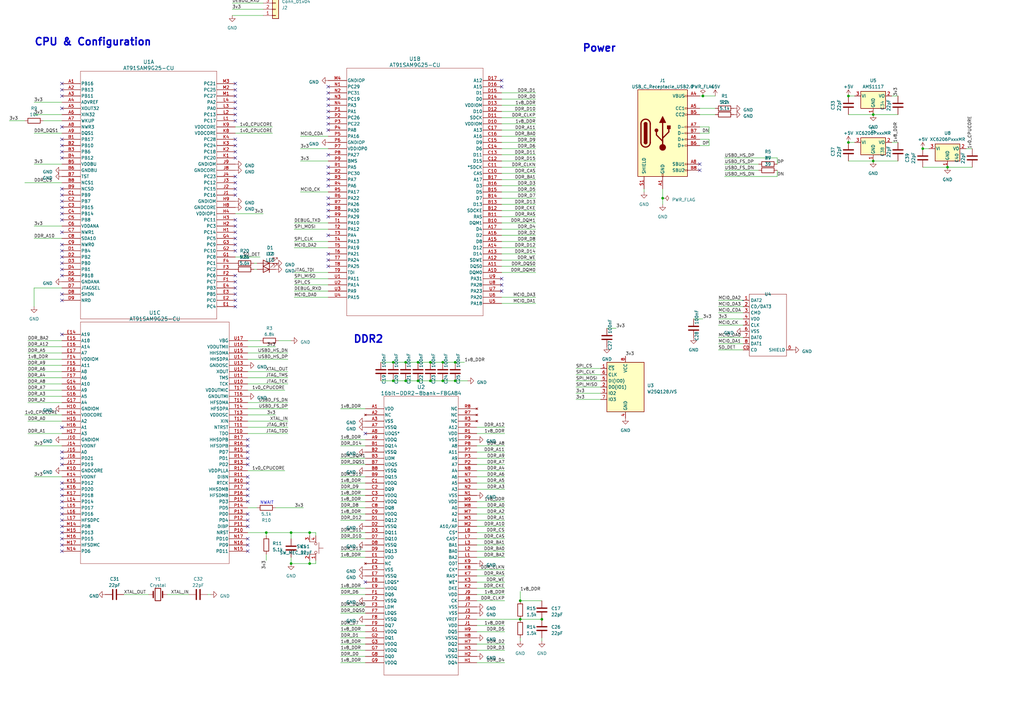
<source format=kicad_sch>
(kicad_sch (version 20230121) (generator eeschema)
  (paper "A3")
  (junction (at 176.53 148.59))
  (junction (at -45.72 113.03))
  (junction (at 288.29 39.37))
  (junction (at -40.64 113.03))
  (junction (at -30.48 120.65))
  (junction (at -60.96 120.65))
  (junction (at -55.88 113.03))
  (junction (at -50.8 162.56))
  (junction (at -55.88 154.94))
  (junction (at 127 231.14))
  (junction (at -60.96 135.89))
  (junction (at 171.45 148.59))
  (junction (at -50.8 120.65))
  (junction (at 123.19 -21.59))
  (junction (at 115.57 -36.83))
  (junction (at 271.78 81.28))
  (junction (at 109.22 218.44))
  (junction (at -35.56 120.65))
  (junction (at 119.38 231.14))
  (junction (at -35.56 113.03))
  (junction (at -30.48 113.03))
  (junction (at -45.72 154.94))
  (junction (at 115.57 -24.13))
  (junction (at -60.96 143.51))
  (junction (at 119.38 218.44))
  (junction (at 222.25 254))
  (junction (at -60.96 113.03))
  (junction (at 347.98 39.37))
  (junction (at -60.96 162.56))
  (junction (at 166.37 148.59))
  (junction (at 388.62 68.58))
  (junction (at 171.45 156.21))
  (junction (at 176.53 156.21))
  (junction (at 123.19 -36.83))
  (junction (at -45.72 120.65))
  (junction (at 161.29 148.59))
  (junction (at -50.8 113.03))
  (junction (at 127 218.44))
  (junction (at 186.69 148.59))
  (junction (at 213.36 246.38))
  (junction (at 181.61 156.21))
  (junction (at -60.96 154.94))
  (junction (at -55.88 120.65))
  (junction (at 378.46 60.96))
  (junction (at -55.88 143.51))
  (junction (at 213.36 254))
  (junction (at -55.88 162.56))
  (junction (at -40.64 120.65))
  (junction (at 130.81 -36.83))
  (junction (at -50.8 154.94))
  (junction (at 358.14 66.04))
  (junction (at 107.95 -26.67))
  (junction (at -55.88 135.89))
  (junction (at 358.14 46.99))
  (junction (at 181.61 148.59))
  (junction (at 161.29 156.21))
  (junction (at 130.81 -16.51))
  (junction (at 347.98 58.42))
  (junction (at 166.37 156.21))
  (junction (at -45.72 162.56))
  (junction (at 186.69 156.21))
  (no_connect (at 134.62 86.36))
  (no_connect (at 134.62 71.12))
  (no_connect (at 287.02 69.85))
  (no_connect (at 25.4 36.83))
  (no_connect (at 101.6 200.66))
  (no_connect (at 25.4 105.41))
  (no_connect (at 96.52 118.11))
  (no_connect (at 101.6 182.88))
  (no_connect (at 96.52 64.77))
  (no_connect (at 25.4 34.29))
  (no_connect (at 96.52 36.83))
  (no_connect (at 134.62 63.5))
  (no_connect (at 101.6 195.58))
  (no_connect (at 134.62 50.8))
  (no_connect (at 96.52 115.57))
  (no_connect (at 25.4 226.06))
  (no_connect (at 205.74 35.56))
  (no_connect (at 25.4 52.07))
  (no_connect (at 25.4 120.65))
  (no_connect (at 25.4 208.28))
  (no_connect (at 25.4 59.69))
  (no_connect (at 25.4 110.49))
  (no_connect (at 101.6 215.9))
  (no_connect (at 101.6 205.74))
  (no_connect (at 101.6 223.52))
  (no_connect (at 134.62 109.22))
  (no_connect (at 205.74 119.38))
  (no_connect (at 101.6 198.12))
  (no_connect (at 101.6 180.34))
  (no_connect (at 96.52 113.03))
  (no_connect (at 134.62 81.28))
  (no_connect (at 134.62 73.66))
  (no_connect (at 25.4 100.33))
  (no_connect (at 25.4 187.96))
  (no_connect (at 25.4 213.36))
  (no_connect (at 25.4 77.47))
  (no_connect (at 25.4 205.74))
  (no_connect (at 96.52 74.93))
  (no_connect (at 96.52 46.99))
  (no_connect (at 25.4 123.19))
  (no_connect (at 96.52 102.87))
  (no_connect (at 101.6 226.06))
  (no_connect (at 205.74 114.3))
  (no_connect (at 149.86 238.76))
  (no_connect (at 25.4 113.03))
  (no_connect (at 134.62 88.9))
  (no_connect (at 101.6 190.5))
  (no_connect (at 96.52 72.39))
  (no_connect (at 25.4 107.95))
  (no_connect (at 101.6 187.96))
  (no_connect (at 96.52 44.45))
  (no_connect (at 134.62 35.56))
  (no_connect (at 205.74 33.02))
  (no_connect (at 96.52 90.17))
  (no_connect (at 25.4 90.17))
  (no_connect (at 96.52 80.01))
  (no_connect (at 101.6 185.42))
  (no_connect (at 25.4 80.01))
  (no_connect (at 134.62 76.2))
  (no_connect (at 96.52 34.29))
  (no_connect (at 25.4 190.5))
  (no_connect (at 96.52 77.47))
  (no_connect (at 96.52 97.79))
  (no_connect (at 25.4 87.63))
  (no_connect (at 101.6 213.36))
  (no_connect (at 134.62 83.82))
  (no_connect (at 96.52 120.65))
  (no_connect (at 25.4 185.42))
  (no_connect (at 287.02 67.31))
  (no_connect (at 101.6 220.98))
  (no_connect (at 149.86 177.8))
  (no_connect (at 96.52 125.73))
  (no_connect (at 205.74 116.84))
  (no_connect (at 25.4 95.25))
  (no_connect (at 101.6 203.2))
  (no_connect (at 96.52 95.25))
  (no_connect (at 25.4 220.98))
  (no_connect (at 96.52 123.19))
  (no_connect (at 25.4 39.37))
  (no_connect (at 134.62 106.68))
  (no_connect (at 25.4 200.66))
  (no_connect (at 96.52 62.23))
  (no_connect (at 25.4 175.26))
  (no_connect (at 134.62 104.14))
  (no_connect (at 134.62 43.18))
  (no_connect (at 25.4 210.82))
  (no_connect (at 96.52 59.69))
  (no_connect (at 25.4 203.2))
  (no_connect (at 25.4 64.77))
  (no_connect (at 96.52 92.71))
  (no_connect (at 96.52 49.53))
  (no_connect (at 96.52 41.91))
  (no_connect (at 25.4 102.87))
  (no_connect (at 25.4 62.23))
  (no_connect (at 134.62 53.34))
  (no_connect (at 134.62 40.64))
  (no_connect (at 25.4 85.09))
  (no_connect (at 96.52 39.37))
  (no_connect (at 25.4 223.52))
  (no_connect (at 134.62 45.72))
  (no_connect (at 134.62 48.26))
  (no_connect (at 134.62 38.1))
  (no_connect (at 25.4 198.12))
  (no_connect (at 25.4 137.16))
  (no_connect (at 96.52 100.33))
  (no_connect (at 25.4 44.45))
  (no_connect (at 134.62 96.52))
  (no_connect (at 25.4 82.55))
  (no_connect (at 96.52 57.15))
  (no_connect (at 134.62 68.58))
  (no_connect (at 25.4 218.44))
  (no_connect (at 25.4 57.15))
  (no_connect (at 25.4 215.9))
  (no_connect (at 101.6 210.82))
  (wire (pts (xy 106.68 139.7) (xy 101.6 139.7)))
  (wire (pts (xy 264.16 78.74) (xy 264.16 77.47)))
  (wire (pts (xy 195.58 264.16) (xy 207.01 264.16)))
  (wire (pts (xy -30.48 113.03) (xy -22.86 113.03)))
  (wire (pts (xy 11.43 149.86) (xy 25.4 149.86)))
  (wire (pts (xy -50.8 120.65) (xy -45.72 120.65)))
  (wire (pts (xy 101.6 208.28) (xy 105.41 208.28)))
  (wire (pts (xy 347.98 39.37) (xy 350.52 39.37)))
  (wire (pts (xy -50.8 113.03) (xy -45.72 113.03)))
  (wire (pts (xy 236.22 156.21) (xy 246.38 156.21)))
  (wire (pts (xy 120.65 99.06) (xy 134.62 99.06)))
  (wire (pts (xy 95.25 -26.67) (xy 107.95 -26.67)))
  (wire (pts (xy 11.43 144.78) (xy 25.4 144.78)))
  (wire (pts (xy 195.58 200.66) (xy 207.01 200.66)))
  (wire (pts (xy -30.48 120.65) (xy -22.86 120.65)))
  (wire (pts (xy 195.58 259.08) (xy 207.01 259.08)))
  (wire (pts (xy 13.97 118.11) (xy 25.4 118.11)))
  (wire (pts (xy 195.58 185.42) (xy 207.01 185.42)))
  (wire (pts (xy 11.43 152.4) (xy 25.4 152.4)))
  (wire (pts (xy 195.58 213.36) (xy 207.01 213.36)))
  (wire (pts (xy 195.58 243.84) (xy 207.01 243.84)))
  (wire (pts (xy 378.46 60.96) (xy 381 60.96)))
  (wire (pts (xy 318.77 72.39) (xy 318.77 69.85)))
  (wire (pts (xy 139.7 220.98) (xy 149.86 220.98)))
  (wire (pts (xy 236.22 161.29) (xy 246.38 161.29)))
  (wire (pts (xy 195.58 220.98) (xy 207.01 220.98)))
  (wire (pts (xy 139.7 167.64) (xy 149.86 167.64)))
  (wire (pts (xy 139.7 228.6) (xy 149.86 228.6)))
  (wire (pts (xy 205.74 81.28) (xy 219.71 81.28)))
  (wire (pts (xy 205.74 63.5) (xy 219.71 63.5)))
  (wire (pts (xy 139.7 261.62) (xy 149.86 261.62)))
  (wire (pts (xy 11.43 157.48) (xy 25.4 157.48)))
  (wire (pts (xy -66.04 154.94) (xy -60.96 154.94)))
  (wire (pts (xy 118.11 147.32) (xy 101.6 147.32)))
  (wire (pts (xy 10.16 170.18) (xy 25.4 170.18)))
  (wire (pts (xy -55.88 143.51) (xy -45.72 143.51)))
  (wire (pts (xy 116.84 160.02) (xy 101.6 160.02)))
  (wire (pts (xy 205.74 76.2) (xy 219.71 76.2)))
  (wire (pts (xy -40.64 120.65) (xy -35.56 120.65)))
  (wire (pts (xy 171.45 148.59) (xy 176.53 148.59)))
  (wire (pts (xy 139.7 266.7) (xy 149.86 266.7)))
  (wire (pts (xy 252.73 134.62) (xy 248.92 134.62)))
  (wire (pts (xy 347.98 66.04) (xy 358.14 66.04)))
  (wire (pts (xy -66.04 162.56) (xy -60.96 162.56)))
  (wire (pts (xy 205.74 99.06) (xy 219.71 99.06)))
  (wire (pts (xy 205.74 71.12) (xy 219.71 71.12)))
  (wire (pts (xy 139.7 205.74) (xy 149.86 205.74)))
  (wire (pts (xy 11.43 154.94) (xy 25.4 154.94)))
  (wire (pts (xy 104.14 110.49) (xy 105.41 110.49)))
  (wire (pts (xy 95.25 -24.13) (xy 115.57 -24.13)))
  (wire (pts (xy 13.97 41.91) (xy 25.4 41.91)))
  (wire (pts (xy 119.38 218.44) (xy 127 218.44)))
  (wire (pts (xy 195.58 195.58) (xy 207.01 195.58)))
  (wire (pts (xy -45.72 120.65) (xy -40.64 120.65)))
  (wire (pts (xy 195.58 256.54) (xy 207.01 256.54)))
  (wire (pts (xy -60.96 154.94) (xy -55.88 154.94)))
  (wire (pts (xy 118.11 144.78) (xy 101.6 144.78)))
  (wire (pts (xy 195.58 241.3) (xy 207.01 241.3)))
  (wire (pts (xy 129.54 218.44) (xy 129.54 219.71)))
  (wire (pts (xy 120.65 119.38) (xy 134.62 119.38)))
  (wire (pts (xy 205.74 124.46) (xy 219.71 124.46)))
  (wire (pts (xy 111.76 54.61) (xy 96.52 54.61)))
  (wire (pts (xy 347.98 58.42) (xy 350.52 58.42)))
  (wire (pts (xy 195.58 190.5) (xy 207.01 190.5)))
  (wire (pts (xy 161.29 156.21) (xy 166.37 156.21)))
  (wire (pts (xy 120.65 111.76) (xy 134.62 111.76)))
  (wire (pts (xy 119.38 218.44) (xy 119.38 220.98)))
  (wire (pts (xy 176.53 156.21) (xy 181.61 156.21)))
  (wire (pts (xy 11.43 172.72) (xy 25.4 172.72)))
  (wire (pts (xy -50.8 154.94) (xy -45.72 154.94)))
  (wire (pts (xy 219.71 40.64) (xy 205.74 40.64)))
  (wire (pts (xy 388.62 68.58) (xy 398.78 68.58)))
  (wire (pts (xy 139.7 241.3) (xy 149.86 241.3)))
  (wire (pts (xy 205.74 91.44) (xy 219.71 91.44)))
  (wire (pts (xy 287.02 54.61) (xy 290.83 54.61)))
  (wire (pts (xy 294.64 130.81) (xy 304.8 130.81)))
  (wire (pts (xy 13.97 97.79) (xy 25.4 97.79)))
  (wire (pts (xy 205.74 48.26) (xy 219.71 48.26)))
  (wire (pts (xy 86.36 243.84) (xy 85.09 243.84)))
  (wire (pts (xy 139.7 269.24) (xy 149.86 269.24)))
  (wire (pts (xy 118.11 165.1) (xy 101.6 165.1)))
  (wire (pts (xy 77.47 243.84) (xy 68.58 243.84)))
  (wire (pts (xy 120.65 101.6) (xy 134.62 101.6)))
  (wire (pts (xy 127 229.87) (xy 127 231.14)))
  (wire (pts (xy 118.11 172.72) (xy 101.6 172.72)))
  (wire (pts (xy 290.83 59.69) (xy 290.83 57.15)))
  (wire (pts (xy 10.16 74.93) (xy 25.4 74.93)))
  (wire (pts (xy 297.18 69.85) (xy 311.15 69.85)))
  (wire (pts (xy 195.58 193.04) (xy 207.01 193.04)))
  (wire (pts (xy 294.64 123.19) (xy 304.8 123.19)))
  (wire (pts (xy 205.74 78.74) (xy 219.71 78.74)))
  (wire (pts (xy -45.72 113.03) (xy -40.64 113.03)))
  (wire (pts (xy 139.7 248.92) (xy 149.86 248.92)))
  (wire (pts (xy 13.97 182.88) (xy 25.4 182.88)))
  (wire (pts (xy 181.61 148.59) (xy 186.69 148.59)))
  (wire (pts (xy 205.74 50.8) (xy 219.71 50.8)))
  (wire (pts (xy 139.7 251.46) (xy 149.86 251.46)))
  (wire (pts (xy 195.58 226.06) (xy 207.01 226.06)))
  (wire (pts (xy 293.37 39.37) (xy 288.29 39.37)))
  (wire (pts (xy -55.88 162.56) (xy -50.8 162.56)))
  (wire (pts (xy 195.58 182.88) (xy 207.01 182.88)))
  (wire (pts (xy 318.77 64.77) (xy 318.77 67.31)))
  (wire (pts (xy 113.03 208.28) (xy 124.46 208.28)))
  (wire (pts (xy 195.58 175.26) (xy 207.01 175.26)))
  (wire (pts (xy 294.64 140.97) (xy 304.8 140.97)))
  (wire (pts (xy 13.97 54.61) (xy 25.4 54.61)))
  (wire (pts (xy 166.37 156.21) (xy 171.45 156.21)))
  (wire (pts (xy 195.58 228.6) (xy 207.01 228.6)))
  (wire (pts (xy 120.65 116.84) (xy 134.62 116.84)))
  (wire (pts (xy 95.25 -11.43) (xy 133.35 -11.43)))
  (wire (pts (xy 195.58 238.76) (xy 207.01 238.76)))
  (wire (pts (xy 13.97 92.71) (xy 25.4 92.71)))
  (wire (pts (xy 205.74 109.22) (xy 219.71 109.22)))
  (wire (pts (xy 95.25 1.27) (xy 107.95 1.27)))
  (wire (pts (xy 119.38 231.14) (xy 119.38 228.6)))
  (wire (pts (xy 195.58 210.82) (xy 207.01 210.82)))
  (wire (pts (xy 195.58 233.68) (xy 207.01 233.68)))
  (wire (pts (xy 297.18 72.39) (xy 318.77 72.39)))
  (wire (pts (xy 111.76 52.07) (xy 96.52 52.07)))
  (wire (pts (xy 205.74 43.18) (xy 219.71 43.18)))
  (wire (pts (xy 205.74 83.82) (xy 219.71 83.82)))
  (wire (pts (xy 123.19 -36.83) (xy 130.81 -36.83)))
  (wire (pts (xy 95.25 -13.97) (xy 133.35 -13.97)))
  (wire (pts (xy 293.37 46.99) (xy 287.02 46.99)))
  (wire (pts (xy 13.97 118.11) (xy 13.97 125.73)))
  (wire (pts (xy 95.25 6.35) (xy 107.95 6.35)))
  (wire (pts (xy 139.7 190.5) (xy 149.86 190.5)))
  (wire (pts (xy 11.43 142.24) (xy 25.4 142.24)))
  (wire (pts (xy 139.7 226.06) (xy 149.86 226.06)))
  (wire (pts (xy -55.88 135.89) (xy -45.72 135.89)))
  (wire (pts (xy 171.45 156.21) (xy 176.53 156.21)))
  (wire (pts (xy 195.58 236.22) (xy 207.01 236.22)))
  (wire (pts (xy 119.38 139.7) (xy 114.3 139.7)))
  (wire (pts (xy 120.65 93.98) (xy 134.62 93.98)))
  (wire (pts (xy 222.25 262.89) (xy 222.25 261.62)))
  (wire (pts (xy 213.36 254) (xy 222.25 254)))
  (wire (pts (xy 127 218.44) (xy 129.54 218.44)))
  (wire (pts (xy 195.58 271.78) (xy 207.01 271.78)))
  (wire (pts (xy 118.11 167.64) (xy 101.6 167.64)))
  (wire (pts (xy 297.18 67.31) (xy 311.15 67.31)))
  (wire (pts (xy 205.74 60.96) (xy 219.71 60.96)))
  (wire (pts (xy 139.7 198.12) (xy 149.86 198.12)))
  (wire (pts (xy -60.96 162.56) (xy -55.88 162.56)))
  (wire (pts (xy -50.8 162.56) (xy -45.72 162.56)))
  (wire (pts (xy 118.11 152.4) (xy 101.6 152.4)))
  (wire (pts (xy 13.97 46.99) (xy 25.4 46.99)))
  (wire (pts (xy 139.7 259.08) (xy 149.86 259.08)))
  (wire (pts (xy -55.88 120.65) (xy -50.8 120.65)))
  (wire (pts (xy -60.96 120.65) (xy -55.88 120.65)))
  (wire (pts (xy 115.57 -36.83) (xy 123.19 -36.83)))
  (wire (pts (xy 11.43 162.56) (xy 25.4 162.56)))
  (wire (pts (xy 205.74 73.66) (xy 219.71 73.66)))
  (wire (pts (xy -60.96 113.03) (xy -55.88 113.03)))
  (wire (pts (xy 139.7 243.84) (xy 149.86 243.84)))
  (wire (pts (xy -45.72 162.56) (xy -27.94 162.56)))
  (wire (pts (xy 11.43 160.02) (xy 25.4 160.02)))
  (wire (pts (xy 115.57 -29.21) (xy 115.57 -24.13)))
  (wire (pts (xy 13.97 67.31) (xy 25.4 67.31)))
  (wire (pts (xy 365.76 39.37) (xy 368.3 39.37)))
  (wire (pts (xy 288.29 39.37) (xy 287.02 39.37)))
  (wire (pts (xy 186.69 156.21) (xy 191.77 156.21)))
  (wire (pts (xy 236.22 153.67) (xy 246.38 153.67)))
  (wire (pts (xy 205.74 106.68) (xy 219.71 106.68)))
  (wire (pts (xy 205.74 68.58) (xy 219.71 68.58)))
  (wire (pts (xy 378.46 68.58) (xy 388.62 68.58)))
  (wire (pts (xy 25.4 147.32) (xy 11.43 147.32)))
  (wire (pts (xy 101.6 177.8) (xy 118.11 177.8)))
  (wire (pts (xy 139.7 200.66) (xy 149.86 200.66)))
  (wire (pts (xy 139.7 210.82) (xy 149.86 210.82)))
  (wire (pts (xy 236.22 158.75) (xy 246.38 158.75)))
  (wire (pts (xy 195.58 177.8) (xy 207.01 177.8)))
  (wire (pts (xy 271.78 81.28) (xy 271.78 77.47)))
  (wire (pts (xy 50.8 243.84) (xy 60.96 243.84)))
  (wire (pts (xy 120.65 114.3) (xy 134.62 114.3)))
  (wire (pts (xy 123.19 55.88) (xy 134.62 55.88)))
  (wire (pts (xy 120.65 121.92) (xy 134.62 121.92)))
  (wire (pts (xy 123.19 78.74) (xy 134.62 78.74)))
  (wire (pts (xy 139.7 271.78) (xy 149.86 271.78)))
  (wire (pts (xy 139.7 203.2) (xy 149.86 203.2)))
  (wire (pts (xy 236.22 151.13) (xy 246.38 151.13)))
  (wire (pts (xy 195.58 187.96) (xy 207.01 187.96)))
  (wire (pts (xy 109.22 227.33) (xy 109.22 229.87)))
  (wire (pts (xy 104.14 107.95) (xy 105.41 107.95)))
  (wire (pts (xy 3.81 49.53) (xy 10.16 49.53)))
  (wire (pts (xy 161.29 148.59) (xy 166.37 148.59)))
  (wire (pts (xy 205.74 58.42) (xy 219.71 58.42)))
  (wire (pts (xy 129.54 231.14) (xy 129.54 229.87)))
  (wire (pts (xy 294.64 125.73) (xy 304.8 125.73)))
  (wire (pts (xy 195.58 254) (xy 213.36 254)))
  (wire (pts (xy 205.74 88.9) (xy 219.71 88.9)))
  (wire (pts (xy 365.76 58.42) (xy 368.3 58.42)))
  (wire (pts (xy 107.95 87.63) (xy 96.52 87.63)))
  (wire (pts (xy 205.74 96.52) (xy 219.71 96.52)))
  (wire (pts (xy 294.64 143.51) (xy 304.8 143.51)))
  (wire (pts (xy 11.43 139.7) (xy 25.4 139.7)))
  (wire (pts (xy 95.25 -1.27) (xy 107.95 -1.27)))
  (wire (pts (xy 205.74 45.72) (xy 219.71 45.72)))
  (wire (pts (xy 139.7 256.54) (xy 149.86 256.54)))
  (wire (pts (xy 95.25 -21.59) (xy 123.19 -21.59)))
  (wire (pts (xy 11.43 177.8) (xy 25.4 177.8)))
  (wire (pts (xy 139.7 187.96) (xy 149.86 187.96)))
  (wire (pts (xy 156.21 148.59) (xy 161.29 148.59)))
  (wire (pts (xy 195.58 266.7) (xy 207.01 266.7)))
  (wire (pts (xy 358.14 46.99) (xy 368.3 46.99)))
  (wire (pts (xy 347.98 46.99) (xy 358.14 46.99)))
  (wire (pts (xy 290.83 57.15) (xy 287.02 57.15)))
  (wire (pts (xy -35.56 120.65) (xy -30.48 120.65)))
  (wire (pts (xy 107.95 -26.67) (xy 133.35 -26.67)))
  (wire (pts (xy 123.19 -29.21) (xy 123.19 -21.59)))
  (wire (pts (xy 115.57 -24.13) (xy 133.35 -24.13)))
  (wire (pts (xy 236.22 163.83) (xy 246.38 163.83)))
  (wire (pts (xy 176.53 148.59) (xy 181.61 148.59)))
  (wire (pts (xy 205.74 55.88) (xy 219.71 55.88)))
  (wire (pts (xy 130.81 -29.21) (xy 130.81 -16.51)))
  (wire (pts (xy 118.11 157.48) (xy 101.6 157.48)))
  (wire (pts (xy 205.74 53.34) (xy 219.71 53.34)))
  (wire (pts (xy 195.58 218.44) (xy 207.01 218.44)))
  (wire (pts (xy 195.58 198.12) (xy 207.01 198.12)))
  (wire (pts (xy 139.7 180.34) (xy 149.86 180.34)))
  (wire (pts (xy 127 231.14) (xy 129.54 231.14)))
  (wire (pts (xy -66.04 113.03) (xy -60.96 113.03)))
  (wire (pts (xy 186.69 148.59) (xy 190.5 148.59)))
  (wire (pts (xy 139.7 208.28) (xy 149.86 208.28)))
  (wire (pts (xy 130.81 -36.83) (xy 137.16 -36.83)))
  (wire (pts (xy 139.7 195.58) (xy 149.86 195.58)))
  (wire (pts (xy 139.7 218.44) (xy 149.86 218.44)))
  (wire (pts (xy -45.72 154.94) (xy -27.94 154.94)))
  (wire (pts (xy 195.58 208.28) (xy 207.01 208.28)))
  (wire (pts (xy 290.83 52.07) (xy 290.83 54.61)))
  (wire (pts (xy -35.56 113.03) (xy -30.48 113.03)))
  (wire (pts (xy 95.25 3.81) (xy 107.95 3.81)))
  (wire (pts (xy 271.78 83.82) (xy 271.78 81.28)))
  (wire (pts (xy 166.37 148.59) (xy 171.45 148.59)))
  (wire (pts (xy 205.74 66.04) (xy 219.71 66.04)))
  (wire (pts (xy 120.65 91.44) (xy 134.62 91.44)))
  (wire (pts (xy 123.19 -21.59) (xy 133.35 -21.59)))
  (wire (pts (xy 297.18 64.77) (xy 318.77 64.77)))
  (wire (pts (xy 213.36 246.38) (xy 222.25 246.38)))
  (wire (pts (xy 156.21 156.21) (xy 161.29 156.21)))
  (wire (pts (xy 205.74 121.92) (xy 219.71 121.92)))
  (wire (pts (xy 11.43 165.1) (xy 25.4 165.1)))
  (wire (pts (xy 123.19 60.96) (xy 134.62 60.96)))
  (wire (pts (xy -60.96 135.89) (xy -55.88 135.89)))
  (wire (pts (xy 195.58 223.52) (xy 207.01 223.52)))
  (wire (pts (xy -55.88 154.94) (xy -50.8 154.94)))
  (wire (pts (xy 213.36 242.57) (xy 213.36 246.38)))
  (wire (pts (xy 17.78 49.53) (xy 25.4 49.53)))
  (wire (pts (xy 195.58 205.74) (xy 207.01 205.74)))
  (wire (pts (xy 293.37 44.45) (xy 287.02 44.45)))
  (wire (pts (xy 205.74 86.36) (xy 219.71 86.36)))
  (wire (pts (xy 205.74 101.6) (xy 219.71 101.6)))
  (wire (pts (xy 113.03 142.24) (xy 101.6 142.24)))
  (wire (pts (xy 288.29 130.81) (xy 284.48 130.81)))
  (wire (pts (xy 181.61 156.21) (xy 186.69 156.21)))
  (wire (pts (xy 107.95 -29.21) (xy 107.95 -26.67)))
  (wire (pts (xy 205.74 93.98) (xy 219.71 93.98)))
  (wire (pts (xy 127 218.44) (xy 127 219.71)))
  (wire (pts (xy -66.04 120.65) (xy -60.96 120.65)))
  (wire (pts (xy 101.6 175.26) (xy 118.11 175.26)))
  (wire (pts (xy 205.74 38.1) (xy 219.71 38.1)))
  (wire (pts (xy 96.52 105.41) (xy 106.68 105.41)))
  (wire (pts (xy 116.84 193.04) (xy 101.6 193.04)))
  (wire (pts (xy 95.25 -19.05) (xy 133.35 -19.05)))
  (wire (pts (xy 130.81 -16.51) (xy 133.35 -16.51)))
  (wire (pts (xy 95.25 -16.51) (xy 130.81 -16.51)))
  (wire (pts (xy -66.04 143.51) (xy -60.96 143.51)))
  (wire (pts (xy 396.24 60.96) (xy 398.78 60.96)))
  (wire (pts (xy 139.7 213.36) (xy 149.86 213.36)))
  (wire (pts (xy 107.95 -36.83) (xy 115.57 -36.83)))
  (wire (pts (xy 109.22 219.71) (xy 109.22 218.44)))
  (wire (pts (xy 109.22 218.44) (xy 119.38 218.44)))
  (wire (pts (xy 205.74 104.14) (xy 219.71 104.14)))
  (wire (pts (xy -40.64 113.03) (xy -35.56 113.03)))
  (wire (pts (xy -66.04 135.89) (xy -60.96 135.89)))
  (wire (pts (xy 358.14 66.04) (xy 368.3 66.04)))
  (wire (pts (xy 139.7 182.88) (xy 149.86 182.88)))
  (wire (pts (xy 287.02 52.07) (xy 290.83 52.07)))
  (wire (pts (xy -55.88 113.03) (xy -50.8 113.03)))
  (wire (pts (xy 205.74 111.76) (xy 219.71 111.76)))
  (wire (pts (xy 287.02 59.69) (xy 290.83 59.69)))
  (wire (pts (xy 195.58 246.38) (xy 207.01 246.38)))
  (wire (pts (xy 294.64 128.27) (xy 304.8 128.27)))
  (wire (pts (xy 118.11 154.94) (xy 101.6 154.94)))
  (wire (pts (xy 113.03 170.18) (xy 101.6 170.18)))
  (wire (pts (xy 13.97 195.58) (xy 25.4 195.58)))
  (wire (pts (xy 119.38 231.14) (xy 127 231.14)))
  (wire (pts (xy 101.6 218.44) (xy 109.22 218.44)))
  (wire (pts (xy -60.96 143.51) (xy -55.88 143.51)))
  (wire (pts (xy 139.7 264.16) (xy 149.86 264.16)))
  (wire (pts (xy 294.64 138.43) (xy 304.8 138.43)))
  (wire (pts (xy 123.19 66.04) (xy 134.62 66.04)))
  (wire (pts (xy 294.64 133.35) (xy 304.8 133.35)))
  (wire (pts (xy 195.58 215.9) (xy 207.01 215.9)))
  (wire (pts (xy 213.36 261.62) (xy 213.36 262.89)))
  (text "CPU & Configuration\n" (at 13.97 19.05 0) (effects (font (size 3 3) (thickness 0.6) bold) (justify left bottom)))
  (text "NWAIT" (at 106.68 207.01 0) (effects (font (size 1.27 1.27)) (justify left bottom)))
  (text "Power" (at 238.76 21.59 0) (effects (font (size 3 3) (thickness 0.6) bold) (justify left bottom)))
  (text "DDR2" (at 144.78 140.97 0) (effects (font (size 3 3) (thickness 0.6) bold) (justify left bottom)))
  (label "DDR_A5" (at 207.01 198.12 180))
  (label "DDR_D1" (at 139.7 261.62 0))
  (label "DDR_A5" (at 11.43 144.78 0))
  (label "3v3" (at 294.64 130.81 0))
  (label "1v8_DDR" (at 207.01 205.74 180))
  (label "DDR_RAS" (at 207.01 236.22 180))
  (label "DDR_D7" (at 139.7 256.54 0))
  (label "3v3" (at 256.54 146.05 0))
  (label "DEBUG_RXD" (at 95.25 1.27 0))
  (label "DDR_A3" (at 11.43 162.56 0))
  (label "3v3" (at 236.22 161.29 0))
  (label "DDR_A11" (at 207.01 185.42 180))
  (label "MCI0_CK" (at 294.64 133.35 0))
  (label "DDR_D8" (at 219.71 99.06 180))
  (label "JTAG_TDI" (at 120.65 111.76 0))
  (label "DDR_D11" (at 219.71 63.5 180))
  (label "SPI_CS" (at 236.22 151.13 0))
  (label "JTAG_TDO" (at 95.25 -19.05 0))
  (label "DDR_D14" (at 219.71 104.14 180))
  (label "MCI0_DA3" (at 294.64 125.73 0))
  (label "1v0_CPUCORE" (at 111.76 52.07 180))
  (label "JTAG_TMS" (at 118.11 154.94 180))
  (label "MCI0_DA0" (at 120.65 121.92 0))
  (label "JTAG_TCK" (at 95.25 -16.51 0))
  (label "DDR_CKE" (at 207.01 241.3 180))
  (label "SD_DET" (at 106.68 105.41 180))
  (label "JTAG_TDI" (at 95.25 -26.67 0))
  (label "1v8_DDR" (at 11.43 147.32 0))
  (label "DDR_CLKP" (at 207.01 246.38 180))
  (label "MCI0_DA2" (at 294.64 123.19 0))
  (label "JTAG_RST" (at 118.11 175.26 180))
  (label "DDR_CLKN" (at 219.71 68.58 180))
  (label "DDR_D5" (at 219.71 78.74 180))
  (label "3v3" (at 368.3 39.37 90))
  (label "DDR_A1" (at 11.43 177.8 0))
  (label "1v0_CPUCORE" (at 111.76 54.61 180))
  (label "SPI_CLK" (at 236.22 153.67 0))
  (label "1v8_DDR" (at 368.3 58.42 90))
  (label "JTAG_RST" (at 95.25 -21.59 0))
  (label "JTAG_TCK" (at 118.11 157.48 180))
  (label "MCI0_DA3" (at 219.71 121.92 180))
  (label "1v0_CPUCORE" (at 116.84 193.04 180))
  (label "1v8_DDR" (at 139.7 167.64 0))
  (label "DDR_CAS" (at 219.71 71.12 180))
  (label "USBD_HS_DN" (at 118.11 144.78 180))
  (label "USBD_FS_DP" (at 118.11 167.64 180))
  (label "SPI_MISO" (at 236.22 158.75 0))
  (label "1v8_DDR" (at 139.7 205.74 0))
  (label "DDR_D4" (at 219.71 93.98 180))
  (label "DDR_BA0" (at 207.01 226.06 180))
  (label "1v8_DDR" (at 219.71 43.18 180))
  (label "SPI_MISO" (at 120.65 114.3 0))
  (label "MCI0_DA2" (at 120.65 101.6 0))
  (label "1v8_DDR" (at 139.7 198.12 0))
  (label "DDR_D6" (at 219.71 60.96 180))
  (label "DDR_WE" (at 207.01 238.76 180))
  (label "1v8_DDR" (at 139.7 180.34 0))
  (label "MCI0_CDA" (at 123.19 55.88 0))
  (label "DDR_DQM0" (at 219.71 111.76 180))
  (label "SPI_MOSI" (at 236.22 156.21 0))
  (label "1v8_DDR" (at 207.01 243.84 180))
  (label "1v8_DDR" (at 139.7 271.78 0))
  (label "DDR_D3" (at 219.71 76.2 180))
  (label "1v8_DDR" (at 139.7 228.6 0))
  (label "1v0_CPUCORE" (at -27.94 154.94 0))
  (label "DDR_A11" (at 219.71 53.34 180))
  (label "3v3" (at 13.97 46.99 0))
  (label "DEBUG_TXD" (at 95.25 -1.27 0))
  (label "DDR_CLKN" (at 207.01 233.68 180))
  (label "1v8_DDR" (at 213.36 242.57 0))
  (label "1v0_CPUCORE" (at 116.84 160.02 180))
  (label "DDR_BA0" (at 219.71 55.88 180))
  (label "DDR_DQS1" (at 139.7 190.5 0))
  (label "USBD_FS_DP" (at 297.18 67.31 0))
  (label "DDR_CAS" (at 207.01 220.98 180))
  (label "DDR_A3" (at 207.01 200.66 180))
  (label "3v3" (at 95.25 -13.97 0))
  (label "3v3" (at 13.97 41.91 0))
  (label "3v3" (at 123.19 60.96 0))
  (label "DP" (at 290.83 59.69 180))
  (label "DDR_D5" (at 207.01 259.08 180))
  (label "SPI_CLK" (at 120.65 99.06 0))
  (label "DDR_DQS0" (at 139.7 251.46 0))
  (label "DDR_CLKP" (at 219.71 48.26 180))
  (label "DDR_A1" (at 207.01 213.36 180))
  (label "1v0_CPUCORE" (at 10.16 170.18 0))
  (label "DDR_RAS" (at 219.71 88.9 180))
  (label "DDR_A0" (at 11.43 172.72 0))
  (label "DDR_D15" (at 139.7 195.58 0))
  (label "DDR_CS" (at 207.01 218.44 180))
  (label "XTAL_IN" (at 77.47 243.84 180))
  (label "3v3" (at 113.03 142.24 180))
  (label "3v3" (at 13.97 67.31 0))
  (label "DDR_D10" (at 219.71 45.72 180))
  (label "JTAG_TDO" (at 118.11 177.8 180))
  (label "3v3" (at 107.95 87.63 180))
  (label "DEBUG_TXD" (at 120.65 91.44 0))
  (label "DDR_A6" (at 207.01 195.58 180))
  (label "DDR_D11" (at 139.7 218.44 0))
  (label "DDR_A8" (at 11.43 157.48 0))
  (label "1v8_DDR" (at 207.01 256.54 180))
  (label "MCI0_CDA" (at 294.64 128.27 0))
  (label "1v8_DDR" (at 139.7 259.08 0))
  (label "USBD_FS_DN" (at 118.11 165.1 180))
  (label "1v8_DDR" (at 139.7 210.82 0))
  (label "1v8_DDR" (at 219.71 50.8 180))
  (label "DDR_D13" (at 139.7 226.06 0))
  (label "USBD_HS_DN" (at 297.18 72.39 0))
  (label "DDR_A12" (at 207.01 175.26 180))
  (label "DDR_DQM0" (at 139.7 248.92 0))
  (label "DDR_D12" (at 219.71 101.6 180))
  (label "1v8_DDR" (at 207.01 177.8 180))
  (label "DDR_CKE" (at 219.71 86.36 180))
  (label "DDR_A10" (at 13.97 97.79 0))
  (label "DDR_D8" (at 139.7 208.28 0))
  (label "DDR_A4" (at 11.43 154.94 0))
  (label "1v8_DDR" (at 139.7 264.16 0))
  (label "DP" (at 318.77 67.31 0))
  (label "DDR_BA2" (at 11.43 139.7 0))
  (label "DDR_D7" (at 219.71 81.28 180))
  (label "DDR_BA1" (at 219.71 73.66 180))
  (label "3v3" (at 13.97 92.71 0))
  (label "XTAL_OUT" (at 50.8 243.84 0))
  (label "XTAL_IN" (at 118.11 172.72 180))
  (label "DDR_A0" (at 207.01 208.28 180))
  (label "MCI0_DA0" (at 294.64 138.43 0))
  (label "3v3" (at -22.86 113.03 0))
  (label "MCI0_DA1" (at 219.71 124.46 180))
  (label "DDR_D9" (at 219.71 58.42 180))
  (label "DDR_D12" (at 139.7 213.36 0))
  (label "DEBUG_RXD" (at 120.65 119.38 0))
  (label "DDR_D0" (at 139.7 269.24 0))
  (label "1v0_CPUCORE" (at 398.78 60.96 90))
  (label "USBD_HS_DP" (at 118.11 147.32 180))
  (label "3v3" (at 123.19 66.04 0))
  (label "3v3" (at 236.22 163.83 0))
  (label "3v3" (at 3.81 49.53 0))
  (label "DDR_A7" (at 207.01 190.5 180))
  (label "3v3" (at 288.29 130.81 0))
  (label "DDR_D9" (at 139.7 200.66 0))
  (label "DDR_A7" (at 11.43 160.02 0))
  (label "DDR_DQS0" (at 219.71 109.22 180))
  (label "DDR_D13" (at 219.71 83.82 180))
  (label "DDR_D4" (at 207.01 271.78 180))
  (label "USBD_FS_DN" (at 297.18 69.85 0))
  (label "1v8_DDR" (at 139.7 203.2 0))
  (label "DDR_DQM1" (at 219.71 91.44 180))
  (label "DDR_D2" (at 219.71 96.52 180))
  (label "3v3" (at 113.03 170.18 180))
  (label "3v3" (at 95.25 3.81 0))
  (label "DDR_A10" (at 207.01 215.9 180))
  (label "DDR_WE" (at 219.71 106.68 180))
  (label "DDR_CS" (at 13.97 74.93 0))
  (label "MCI0_DA1" (at 294.64 140.97 0))
  (label "DDR_A9" (at 207.01 187.96 180))
  (label "DDR_BA2" (at 207.01 228.6 180))
  (label "1v8_DDR" (at 139.7 266.7 0))
  (label "MCI0_CK" (at 123.19 78.74 0))
  (label "3v3" (at 124.46 208.28 180))
  (label "DN" (at 290.83 54.61 180))
  (label "JTAG_TMS" (at 95.25 -24.13 0))
  (label "1v8_DDR" (at -45.72 135.89 0))
  (label "DDR_A9" (at 11.43 149.86 0))
  (label "SD_DET" (at 294.64 143.51 0))
  (label "XTAL_OUT" (at 118.11 152.4 180))
  (label "DDR_D1" (at 219.71 38.1 180))
  (label "DDR_A12" (at 11.43 142.24 0))
  (label "DDR_A8" (at 207.01 182.88 180))
  (label "3v3" (at 13.97 195.58 0))
  (label "DDR_A6" (at 11.43 152.4 0))
  (label "DDR_D10" (at 139.7 220.98 0))
  (label "DDR_D0" (at 219.71 40.64 180))
  (label "DDR_A4" (at 207.01 193.04 180))
  (label "DDR_D14" (at 139.7 182.88 0))
  (label "DDR_D3" (at 207.01 266.7 180))
  (label "DDR_BA1" (at 207.01 223.52 180))
  (label "DDR_D15" (at 219.71 66.04 180))
  (label "1v8_DDR" (at 139.7 241.3 0))
  (label "3v3" (at 137.16 -36.83 0))
  (label "DDR_D6" (at 139.7 243.84 0))
  (label "DDR_DQS1" (at 13.97 54.61 0))
  (label "SPI_CS" (at 120.65 116.84 0))
  (label "3v3" (at 109.22 229.87 270))
  (label "USBD_HS_DP" (at 297.18 64.77 0))
  (label "DDR_A2" (at 207.01 210.82 180))
  (label "DN" (at 318.77 72.39 0))
  (label "3v3" (at 252.73 134.62 0))
  (label "3v3" (at 13.97 182.88 0))
  (label "1v8_DDR" (at 190.5 148.59 0))
  (label "DDR_DQM1" (at 139.7 187.96 0))
  (label "SPI_MOSI" (at 120.65 93.98 0))
  (label "DDR_A2" (at 11.43 165.1 0))
  (label "DDR_D2" (at 207.01 264.16 180))
  (symbol (lib_id "Device:R") (at 213.36 250.19 180) (unit 1)
    (property "Reference" "R15" (at 215.9 249.555 0) (effects (justify right)))
    (property "Value" "1.5k" (at 215.9 252.095 0) (effects (justify right)))
    (property "Footprint" "jlywxy:0603" (effects hide))
  )
  (symbol (lib_id "Device:C") (at 161.29 152.4 180) (unit 1)
    (property "Reference" "C20" (at 162.56 153.67 90) (effects (justify left)))
    (property "Value" "100nF" (at 162.56 144.78 90) (effects (justify left)))
    (property "Footprint" "jlywxy:0402" (effects hide))
  )
  (symbol (lib_id "Device:R") (at 100.33 110.49 270) (unit 1)
    (property "Reference" "R21" (at 100.33 105.41 90))
    (property "Value" "5.6k" (at 100.33 107.95 90))
    (property "Footprint" "jlywxy:0603" (effects hide))
  )
  (symbol (lib_id "Device:C") (at -35.56 116.84 180) (unit 1)
    (property "Reference" "C7" (at -34.29 118.11 90) (effects (justify left)))
    (property "Value" "100nF" (at -34.29 109.22 90) (effects (justify left)))
    (property "Footprint" "jlywxy:0402" (effects hide))
  )
  (symbol (lib_id "Device:C") (at -55.88 158.75 180) (unit 1)
    (property "Reference" "C14" (at -54.61 160.02 90) (effects (justify left)))
    (property "Value" "100nF" (at -54.61 151.13 90) (effects (justify left)))
    (property "Footprint" "jlywxy:0402" (effects hide))
  )
  (symbol (lib_id "Device:LED") (at 109.22 110.49 180) (unit 1)
    (property "Reference" "D2" (at 110.8075 104.14 0))
    (property "Value" "LED" (at 110.8075 106.68 0))
    (property "Footprint" "LED_SMD:LED_0603_1608Metric_Pad1.05x0.95mm_HandSolder" (effects hide))
  )
  (symbol (lib_id "power:GND") (at -27.94 162.56 0) (unit 1)
    (property "Reference" "#PWR066" (effects hide))
    (property "Value" "GND" (at -27.94 167.64 0))
  )
  (symbol (lib_id "power:GND") (at 300.99 46.99 90) (unit 1)
    (property "Reference" "#PWR06" (effects hide))
    (property "Value" "GND" (at 304.8 47.625 90) (effects (justify right)))
  )
  (symbol (lib_id "power:GND") (at 300.99 44.45 90) (unit 1)
    (property "Reference" "#PWR05" (effects hide))
    (property "Value" "GND" (at 304.8 45.085 90) (effects (justify right)))
  )
  (symbol (lib_id "Device:R") (at 130.81 -33.02 180) (unit 1)
    (property "Reference" "R24" (at 135.89 -33.02 90))
    (property "Value" "10k" (at 133.35 -33.02 90))
    (property "Footprint" "jlywxy:0402" (effects hide))
  )
  (symbol (lib_id "Device:R") (at 115.57 -33.02 180) (unit 1)
    (property "Reference" "R22" (at 120.65 -33.02 90))
    (property "Value" "10k" (at 118.11 -33.02 90))
    (property "Footprint" "jlywxy:0402" (effects hide))
  )
  (symbol (lib_id "power:GND") (at 25.4 72.39 270) (unit 1)
    (property "Reference" "#PWR057" (effects hide))
    (property "Value" "GND" (at 21.59 73.025 90) (effects (justify right)))
  )
  (symbol (lib_id "Device:C") (at -66.04 139.7 180) (unit 1)
    (property "Reference" "C9" (at -64.77 140.97 90) (effects (justify left)))
    (property "Value" "100nF" (at -64.77 132.08 90) (effects (justify left)))
    (property "Footprint" "jlywxy:0402" (effects hide))
  )
  (symbol (lib_id "power:GND") (at 96.52 85.09 90) (unit 1)
    (property "Reference" "#PWR025" (effects hide))
    (property "Value" "GND" (at 100.33 85.725 90) (effects (justify right)))
  )
  (symbol (lib_id "power:GND") (at 25.4 69.85 270) (unit 1)
    (property "Reference" "#PWR028" (effects hide))
    (property "Value" "GND" (at 21.59 70.485 90) (effects (justify right)))
  )
  (symbol (lib_id "Device:R") (at 213.36 257.81 180) (unit 1)
    (property "Reference" "R14" (at 215.9 257.175 0) (effects (justify right)))
    (property "Value" "1.5k" (at 215.9 259.715 0) (effects (justify right)))
    (property "Footprint" "jlywxy:0603" (effects hide))
  )
  (symbol (lib_id "power:GND") (at 304.8 135.89 270) (unit 1)
    (property "Reference" "#PWR052" (effects hide))
    (property "Value" "GND" (at 300.99 136.525 90) (effects (justify right)))
  )
  (symbol (lib_id "jlywxy:AT91SAM9G25-CU") (at 25.4 34.29 0) (unit 1)
    (property "Reference" "U1" (at 60.96 25.4 0) (effects (font (size 1.524 1.524))))
    (property "Value" "AT91SAM9G25-CU" (at 60.96 27.94 0) (effects (font (size 1.524 1.524))))
    (property "Footprint" "jlywxy:AT91SAM9G25_JKT" (effects hide))
    (property "Datasheet" "AT91SAM9G25-CU" (effects hide))
  )
  (symbol (lib_id "Device:R") (at 109.22 208.28 90) (unit 1)
    (property "Reference" "R10" (at 109.22 213.36 90))
    (property "Value" "5.1k" (at 109.22 210.82 90))
    (property "Footprint" "jlywxy:0402" (effects hide))
  )
  (symbol (lib_id "power:GND") (at 113.03 107.95 90) (unit 1)
    (property "Reference" "#PWR068" (effects hide))
    (property "Value" "GND" (at 116.84 108.585 90) (effects (justify right)))
  )
  (symbol (lib_id "Device:C") (at 119.38 224.79 180) (unit 1)
    (property "Reference" "C41" (at 123.19 224.155 0) (effects (justify right)))
    (property "Value" "22pF" (at 123.19 226.695 0) (effects (justify right)))
    (property "Footprint" "jlywxy:0402" (effects hide))
  )
  (symbol (lib_id "power:GND") (at 25.4 167.64 270) (unit 1)
    (property "Reference" "#PWR030" (effects hide))
    (property "Value" "GND" (at 21.59 168.275 90) (effects (justify right)))
  )
  (symbol (lib_id "power:GND") (at 149.86 246.38 270) (unit 1)
    (property "Reference" "#PWR041" (effects hide))
    (property "Value" "GND" (at 146.05 247.015 90) (effects (justify right)))
  )
  (symbol (lib_id "Device:C") (at 378.46 64.77 180) (unit 1)
    (property "Reference" "C39" (at 372.11 64.77 90))
    (property "Value" "22pF" (at 374.65 64.77 90))
    (property "Footprint" "jlywxy:0402" (effects hide))
  )
  (symbol (lib_id "Device:C") (at -40.64 116.84 180) (unit 1)
    (property "Reference" "C6" (at -39.37 118.11 90) (effects (justify left)))
    (property "Value" "100nF" (at -39.37 109.22 90) (effects (justify left)))
    (property "Footprint" "jlywxy:0402" (effects hide))
  )
  (symbol (lib_id "Device:C") (at -66.04 158.75 180) (unit 1)
    (property "Reference" "C12" (at -64.77 160.02 90) (effects (justify left)))
    (property "Value" "100nF" (at -64.77 151.13 90) (effects (justify left)))
    (property "Footprint" "jlywxy:0402" (effects hide))
  )
  (symbol (lib_id "power:GND") (at 43.18 243.84 270) (unit 1)
    (property "Reference" "#PWR03" (effects hide))
    (property "Value" "GND" (at 40.64 244.475 90) (effects (justify right)))
  )
  (symbol (lib_id "Device:C") (at 284.48 134.62 180) (unit 1)
    (property "Reference" "C28" (at 285.75 135.89 90) (effects (justify left)))
    (property "Value" "100nF" (at 285.75 127 90) (effects (justify left)))
    (property "Footprint" "jlywxy:0402" (effects hide))
  )
  (symbol (lib_id "Device:C") (at -50.8 158.75 180) (unit 1)
    (property "Reference" "C15" (at -49.53 160.02 90) (effects (justify left)))
    (property "Value" "100nF" (at -49.53 151.13 90) (effects (justify left)))
    (property "Footprint" "jlywxy:0402" (effects hide))
  )
  (symbol (lib_id "Device:R") (at 314.96 69.85 90) (unit 1)
    (property "Reference" "R7" (at 314.96 64.77 90))
    (property "Value" "39" (at 314.96 67.31 90))
    (property "Footprint" "jlywxy:0603" (effects hide))
  )
  (symbol (lib_id "Device:C") (at 347.98 62.23 180) (unit 1)
    (property "Reference" "C37" (at 341.63 62.23 90))
    (property "Value" "22pF" (at 344.17 62.23 90))
    (property "Footprint" "jlywxy:0402" (effects hide))
  )
  (symbol (lib_id "Device:C") (at 368.3 43.18 180) (unit 1)
    (property "Reference" "C34" (at 361.95 43.18 90))
    (property "Value" "22pF" (at 364.49 43.18 90))
    (property "Footprint" "jlywxy:0402" (effects hide))
  )
  (symbol (lib_id "power:+5V") (at 347.98 58.42 0) (unit 1)
    (property "Reference" "#PWR011" (effects hide))
    (property "Value" "+5V" (at 347.98 54.61 0))
  )
  (symbol (lib_id "Device:C") (at -60.96 139.7 180) (unit 1)
    (property "Reference" "C10" (at -59.69 140.97 90) (effects (justify left)))
    (property "Value" "100nF" (at -59.69 132.08 90) (effects (justify left)))
    (property "Footprint" "jlywxy:0402" (effects hide))
  )
  (symbol (lib_id "power:GND") (at 134.62 33.02 270) (unit 1)
    (property "Reference" "#PWR026" (effects hide))
    (property "Value" "GND" (at 130.81 33.655 90) (effects (justify right)))
  )
  (symbol (lib_id "Device:C") (at 81.28 243.84 90) (unit 1)
    (property "Reference" "C32" (at 81.28 237.49 90))
    (property "Value" "22pF" (at 81.28 240.03 90))
    (property "Footprint" "jlywxy:0402" (effects hide))
  )
  (symbol (lib_id "Device:C") (at 171.45 152.4 180) (unit 1)
    (property "Reference" "C22" (at 172.72 153.67 90) (effects (justify left)))
    (property "Value" "100nF" (at 172.72 144.78 90) (effects (justify left)))
    (property "Footprint" "jlywxy:0402" (effects hide))
  )
  (symbol (lib_id "power:GND") (at 96.52 82.55 90) (unit 1)
    (property "Reference" "#PWR024" (effects hide))
    (property "Value" "GND" (at 100.33 83.185 90) (effects (justify right)))
  )
  (symbol (lib_id "Device:C") (at 181.61 152.4 180) (unit 1)
    (property "Reference" "C24" (at 182.88 153.67 90) (effects (justify left)))
    (property "Value" "100nF" (at 182.88 144.78 90) (effects (justify left)))
    (property "Footprint" "jlywxy:0402" (effects hide))
  )
  (symbol (lib_id "Device:R") (at 109.22 223.52 180) (unit 1)
    (property "Reference" "R11" (at 111.76 222.885 0) (effects (justify right)))
    (property "Value" "5.1k" (at 111.76 225.425 0) (effects (justify right)))
    (property "Footprint" "jlywxy:0402" (effects hide))
  )
  (symbol (lib_id "power:GND") (at 25.4 193.04 270) (unit 1)
    (property "Reference" "#PWR032" (effects hide))
    (property "Value" "GND" (at 21.59 193.675 90) (effects (justify right)))
  )
  (symbol (lib_id "power:GND") (at 113.03 110.49 90) (unit 1)
    (property "Reference" "#PWR069" (effects hide))
    (property "Value" "GND" (at 116.84 111.125 90) (effects (justify right)))
  )
  (symbol (lib_id "Device:C") (at 368.3 62.23 180) (unit 1)
    (property "Reference" "C38" (at 361.95 62.23 90))
    (property "Value" "22pF" (at 364.49 62.23 90))
    (property "Footprint" "jlywxy:0402" (effects hide))
  )
  (symbol (lib_id "Regulator_Linear:XC6206PxxxMR") (at 388.62 60.96 0) (unit 1)
    (property "Reference" "U8" (at 388.62 54.61 0))
    (property "Value" "XC6206PxxxMR" (at 388.62 57.15 0))
    (property "Footprint" "Package_TO_SOT_SMD:SOT-89-3" (effects hide))
  )
  (symbol (lib_id "power:GND") (at 222.25 262.89 0) (unit 1)
    (property "Reference" "#PWR062" (effects hide))
    (property "Value" "GND" (at 222.25 267.97 0))
  )
  (symbol (lib_id "power:PWR_FLAG") (at 288.29 39.37 0) (unit 1)
    (property "Reference" "#FLG01" (effects hide))
    (property "Value" "PWR_FLAG" (at 288.29 35.56 0))
  )
  (symbol (lib_id "Device:Crystal") (at 64.77 243.84 0) (unit 1)
    (property "Reference" "Y1" (at 64.77 237.49 0))
    (property "Value" "Crystal" (at 64.77 240.03 0))
    (property "Footprint" "Crystal:Crystal_SMD_5032-2Pin_5.0x3.2mm" (effects hide))
  )
  (symbol (lib_id "power:GND") (at 358.14 66.04 0) (unit 1)
    (property "Reference" "#PWR016" (effects hide))
    (property "Value" "GND" (at 358.14 71.12 0))
  )
  (symbol (lib_id "power:GND") (at 195.58 248.92 90) (unit 1)
    (property "Reference" "#PWR046" (effects hide))
    (property "Value" "GND" (at 199.39 249.555 90) (effects (justify right)))
  )
  (symbol (lib_id "power:GND") (at 248.92 142.24 0) (unit 1)
    (property "Reference" "#PWR050" (effects hide))
    (property "Value" "GND" (at 248.92 147.32 0))
  )
  (symbol (lib_id "power:GND") (at 195.58 203.2 90) (unit 1)
    (property "Reference" "#PWR047" (effects hide))
    (property "Value" "GND" (at 199.39 203.835 90) (effects (justify right)))
  )
  (symbol (lib_id "power:GND") (at 271.78 83.82 0) (unit 1)
    (property "Reference" "#PWR08" (effects hide))
    (property "Value" "GND" (at 271.78 88.9 0))
  )
  (symbol (lib_id "Device:R") (at 297.18 44.45 90) (unit 1)
    (property "Reference" "R1" (at 297.18 39.37 90))
    (property "Value" "5.1k" (at 297.18 41.91 90))
    (property "Footprint" "jlywxy:0402" (effects hide))
  )
  (symbol (lib_id "jlywxy:DF13A-7P-1.25H21") (at 133.35 -26.67 0) (unit 1)
    (property "Reference" "J4" (at 147.32 -19.685 0) (effects (font (size 1.524 1.524)) (justify left)))
    (property "Value" "DF13A-7P-1.25H21" (at 147.32 -17.145 0) (effects (font (size 1.524 1.524)) (justify left)))
    (property "Footprint" "jlywxy:DF13A-7P-1.25H21" (effects hide))
  )
  (symbol (lib_id "jlywxy:AT91SAM9G25-CU") (at 134.62 33.02 0) (unit 2)
    (property "Reference" "U1" (at 170.18 24.13 0) (effects (font (size 1.524 1.524))))
    (property "Value" "AT91SAM9G25-CU" (at 170.18 26.67 0) (effects (font (size 1.524 1.524))))
    (property "Footprint" "jlywxy:AT91SAM9G25_JKT" (effects hide))
    (property "Datasheet" "AT91SAM9G25-CU" (effects hide))
  )
  (symbol (lib_id "Device:C") (at -60.96 116.84 180) (unit 1)
    (property "Reference" "C2" (at -59.69 118.11 90) (effects (justify left)))
    (property "Value" "100nF" (at -59.69 109.22 90) (effects (justify left)))
    (property "Footprint" "jlywxy:0402" (effects hide))
  )
  (symbol (lib_id "power:GND") (at 325.12 143.51 90) (unit 1)
    (property "Reference" "#PWR051" (effects hide))
    (property "Value" "GND" (at 328.93 144.145 90) (effects (justify right)))
  )
  (symbol (lib_id "power:GND") (at 149.86 233.68 270) (unit 1)
    (property "Reference" "#PWR039" (effects hide))
    (property "Value" "GND" (at 146.05 234.315 90) (effects (justify right)))
  )
  (symbol (lib_id "Device:C") (at -55.88 116.84 180) (unit 1)
    (property "Reference" "C3" (at -54.61 118.11 90) (effects (justify left)))
    (property "Value" "100nF" (at -54.61 109.22 90) (effects (justify left)))
    (property "Footprint" "jlywxy:0402" (effects hide))
  )
  (symbol (lib_id "jlywxy:AT91SAM9G25-CU") (at 25.4 137.16 0) (unit 3)
    (property "Reference" "U1" (at 63.5 128.27 0) (effects (font (size 1.524 1.524))))
    (property "Value" "AT91SAM9G25-CU" (at 63.5 130.81 0) (effects (font (size 1.524 1.524))))
    (property "Footprint" "jlywxy:AT91SAM9G25_JKT" (effects hide))
    (property "Datasheet" "AT91SAM9G25-CU" (effects hide))
  )
  (symbol (lib_id "power:GND") (at 13.97 125.73 0) (mirror y) (unit 1)
    (property "Reference" "#PWR056" (effects hide))
    (property "Value" "GND" (at 13.97 130.81 0))
  )
  (symbol (lib_id "Device:R") (at 100.33 107.95 270) (unit 1)
    (property "Reference" "R20" (at 100.33 102.87 90))
    (property "Value" "5.6k" (at 100.33 105.41 90))
    (property "Footprint" "jlywxy:0603" (effects hide))
  )
  (symbol (lib_id "Connector_Generic:Conn_01x04") (at 113.03 3.81 0) (mirror x) (unit 1)
    (property "Reference" "J2" (at 115.57 3.175 0) (effects (justify left)))
    (property "Value" "Conn_01x04" (at 115.57 0.635 0) (effects (justify left)))
    (property "Footprint" "Connector_PinHeader_2.54mm:PinHeader_1x04_P2.54mm_Vertical" (effects hide))
  )
  (symbol (lib_id "power:GND") (at 96.52 69.85 90) (unit 1)
    (property "Reference" "#PWR023" (effects hide))
    (property "Value" "GND" (at 100.33 70.485 90) (effects (justify right)))
  )
  (symbol (lib_id "power:GND") (at 195.58 269.24 90) (unit 1)
    (property "Reference" "#PWR043" (effects hide))
    (property "Value" "GND" (at 199.39 269.875 90) (effects (justify right)))
  )
  (symbol (lib_id "Device:LED") (at 109.22 107.95 180) (unit 1)
    (property "Reference" "D1" (at 110.8075 101.6 0))
    (property "Value" "LED" (at 110.8075 104.14 0))
    (property "Footprint" "LED_SMD:LED_0603_1608Metric_Pad1.05x0.95mm_HandSolder" (effects hide))
  )
  (symbol (lib_id "Device:C") (at -45.72 158.75 180) (unit 1)
    (property "Reference" "C16" (at -44.45 160.02 90) (effects (justify left)))
    (property "Value" "100nF" (at -44.45 151.13 90) (effects (justify left)))
    (property "Footprint" "jlywxy:0402" (effects hide))
  )
  (symbol (lib_id "Device:C") (at 176.53 152.4 180) (unit 1)
    (property "Reference" "C23" (at 177.8 153.67 90) (effects (justify left)))
    (property "Value" "100nF" (at 177.8 144.78 90) (effects (justify left)))
    (property "Footprint" "jlywxy:0402" (effects hide))
  )
  (symbol (lib_id "Device:C") (at 248.92 138.43 180) (unit 1)
    (property "Reference" "C27" (at 250.19 139.7 90) (effects (justify left)))
    (property "Value" "100nF" (at 250.19 130.81 90) (effects (justify left)))
    (property "Footprint" "jlywxy:0402" (effects hide))
  )
  (symbol (lib_id "power:GND") (at 101.6 162.56 90) (unit 1)
    (property "Reference" "#PWR021" (effects hide))
    (property "Value" "GND" (at 105.41 163.195 90) (effects (justify right)))
  )
  (symbol (lib_id "power:+5V") (at 293.37 39.37 0) (unit 1)
    (property "Reference" "#PWR09" (effects hide))
    (property "Value" "+5V" (at 293.37 35.56 0))
  )
  (symbol (lib_id "Device:C") (at -66.04 116.84 180) (unit 1)
    (property "Reference" "C1" (at -64.77 118.11 90) (effects (justify left)))
    (property "Value" "100nF" (at -64.77 109.22 90) (effects (justify left)))
    (property "Footprint" "jlywxy:0402" (effects hide))
  )
  (symbol (lib_id "power:GND") (at 86.36 243.84 90) (unit 1)
    (property "Reference" "#PWR04" (effects hide))
    (property "Value" "GND" (at 90.17 244.475 90) (effects (justify right)))
  )
  (symbol (lib_id "power:GND") (at -22.86 120.65 0) (unit 1)
    (property "Reference" "#PWR064" (effects hide))
    (property "Value" "GND" (at -22.86 125.73 0))
  )
  (symbol (lib_id "power:GND") (at 149.86 215.9 270) (unit 1)
    (property "Reference" "#PWR037" (effects hide))
    (property "Value" "GND" (at 146.05 216.535 90) (effects (justify right)))
  )
  (symbol (lib_id "Device:C") (at 186.69 152.4 180) (unit 1)
    (property "Reference" "C25" (at 187.96 153.67 90) (effects (justify left)))
    (property "Value" "100nF" (at 187.96 144.78 90) (effects (justify left)))
    (property "Footprint" "jlywxy:0402" (effects hide))
  )
  (symbol (lib_id "Device:C") (at -45.72 116.84 180) (unit 1)
    (property "Reference" "C5" (at -44.45 118.11 90) (effects (justify left)))
    (property "Value" "100nF" (at -44.45 109.22 90) (effects (justify left)))
    (property "Footprint" "jlywxy:0402" (effects hide))
  )
  (symbol (lib_id "Switch:SW_MEC_5E") (at 127 224.79 270) (mirror x) (unit 1)
    (property "Reference" "SW1" (at 125.73 224.155 90) (effects (justify right)))
    (property "Value" "SW_MEC_5E" (at 125.73 226.695 90) (effects (justify right)))
    (property "Footprint" "jlywxy:BUTTON_4P_3x4" (effects hide))
    (property "Datasheet" "http://www.apem.com/int/index.php?controller=attachment&id_attachment=1371" (effects hide))
  )
  (symbol (lib_id "power:GND") (at 191.77 156.21 90) (unit 1)
    (property "Reference" "#PWR060" (effects hide))
    (property "Value" "GND" (at 195.58 156.845 90) (effects (justify right)))
  )
  (symbol (lib_id "power:GND") (at 134.62 58.42 270) (unit 1)
    (property "Reference" "#PWR027" (effects hide))
    (property "Value" "GND" (at 130.81 59.055 90) (effects (justify right)))
  )
  (symbol (lib_id "Memory_Flash:W25Q128JVS") (at 256.54 158.75 0) (unit 1)
    (property "Reference" "U3" (at 265.43 158.115 0) (effects (justify left)))
    (property "Value" "W25Q128JVS" (at 265.43 160.655 0) (effects (justify left)))
    (property "Footprint" "Package_SO:SOIC-8_5.23x5.23mm_P1.27mm" (effects hide))
    (property "Datasheet" "http://www.winbond.com/resource-files/w25q128jv_dtr%20revc%2003272018%20plus.pdf" (effects hide))
  )
  (symbol (lib_id "Device:R") (at 314.96 67.31 90) (unit 1)
    (property "Reference" "R5" (at 314.96 62.23 90))
    (property "Value" "39" (at 314.96 64.77 90))
    (property "Footprint" "jlywxy:0603" (effects hide))
  )
  (symbol (lib_id "power:GND") (at 101.6 149.86 90) (unit 1)
    (property "Reference" "#PWR020" (effects hide))
    (property "Value" "GND" (at 105.41 150.495 90) (effects (justify right)))
  )
  (symbol (lib_id "power:GND") (at 96.52 67.31 90) (unit 1)
    (property "Reference" "#PWR022" (effects hide))
    (property "Value" "GND" (at 100.33 67.945 90) (effects (justify right)))
  )
  (symbol (lib_id "power:GND") (at 195.58 251.46 90) (unit 1)
    (property "Reference" "#PWR045" (effects hide))
    (property "Value" "GND" (at 199.39 252.095 90) (effects (justify right)))
  )
  (symbol (lib_id "power:+5V") (at 378.46 60.96 0) (unit 1)
    (property "Reference" "#PWR013" (effects hide))
    (property "Value" "+5V" (at 378.46 57.15 0))
  )
  (symbol (lib_id "Device:C") (at 166.37 152.4 180) (unit 1)
    (property "Reference" "C21" (at 167.64 153.67 90) (effects (justify left)))
    (property "Value" "100nF" (at 167.64 144.78 90) (effects (justify left)))
    (property "Footprint" "jlywxy:0402" (effects hide))
  )
  (symbol (lib_id "power:GND") (at 95.25 6.35 0) (unit 1)
    (property "Reference" "#PWR01" (effects hide))
    (property "Value" "GND" (at 95.25 11.43 0))
  )
  (symbol (lib_id "Device:C") (at 156.21 152.4 180) (unit 1)
    (property "Reference" "C19" (at 157.48 153.67 90) (effects (justify left)))
    (property "Value" "100nF" (at 157.48 144.78 90) (effects (justify left)))
    (property "Footprint" "jlywxy:0402" (effects hide))
  )
  (symbol (lib_id "power:GND") (at 149.86 223.52 270) (unit 1)
    (property "Reference" "#PWR038" (effects hide))
    (property "Value" "GND" (at 146.05 224.155 90) (effects (justify right)))
  )
  (symbol (lib_id "power:GND") (at 264.16 78.74 0) (unit 1)
    (property "Reference" "#PWR07" (effects hide))
    (property "Value" "GND" (at 264.16 83.82 0))
  )
  (symbol (lib_id "power:GND") (at 149.86 172.72 270) (unit 1)
    (property "Reference" "#PWR033" (effects hide))
    (property "Value" "GND" (at 146.05 173.355 90) (effects (justify right)))
  )
  (symbol (lib_id "power:PWR_FLAG") (at 271.78 81.28 270) (unit 1)
    (property "Reference" "#FLG02" (effects hide))
    (property "Value" "PWR_FLAG" (at 275.59 81.915 90) (effects (justify left)))
  )
  (symbol (lib_id "jlywxy:MicroSD-TF_PUSH-SHOUHAN") (at 314.96 133.35 0) (unit 1)
    (property "Reference" "U4" (at 314.96 120.65 0))
    (property "Value" "~" (at 304.8 123.19 0))
    (property "Footprint" "jlywxy:MicroSD-TF_PUSH-SHOUHAN" (effects hide))
  )
  (symbol (lib_id "power:GND") (at 119.38 231.14 0) (unit 1)
    (property "Reference" "#PWR058" (effects hide))
    (property "Value" "GND" (at 119.38 236.22 0))
  )
  (symbol (lib_id "power:GND") (at 95.25 -11.43 0) (unit 1)
    (property "Reference" "#PWR02" (effects hide))
    (property "Value" "GND" (at 95.25 -6.35 0))
  )
  (symbol (lib_id "power:GND") (at 195.58 231.14 90) (unit 1)
    (property "Reference" "#PWR059" (effects hide))
    (property "Value" "GND" (at 199.39 231.775 90) (effects (justify right)))
  )
  (symbol (lib_id "power:GND") (at 149.86 175.26 270) (unit 1)
    (property "Reference" "#PWR034" (effects hide))
    (property "Value" "GND" (at 146.05 175.895 90) (effects (justify right)))
  )
  (symbol (lib_id "power:GND") (at 149.86 185.42 270) (unit 1)
    (property "Reference" "#PWR035" (effects hide))
    (property "Value" "GND" (at 146.05 186.055 90) (effects (justify right)))
  )
  (symbol (lib_id "power:GND") (at 119.38 139.7 90) (unit 1)
    (property "Reference" "#PWR018" (effects hide))
    (property "Value" "GND" (at 123.19 140.335 90) (effects (justify right)))
  )
  (symbol (lib_id "Device:C") (at -60.96 158.75 180) (unit 1)
    (property "Reference" "C13" (at -59.69 160.02 90) (effects (justify left)))
    (property "Value" "100nF" (at -59.69 151.13 90) (effects (justify left)))
    (property "Footprint" "jlywxy:0402" (effects hide))
  )
  (symbol (lib_id "power:GND") (at 25.4 180.34 270) (unit 1)
    (property "Reference" "#PWR031" (effects hide))
    (property "Value" "GND" (at 21.59 180.975 90) (effects (justify right)))
  )
  (symbol (lib_id "Regulator_Linear:XC6206PxxxMR") (at 358.14 58.42 0) (unit 1)
    (property "Reference" "U7" (at 358.14 53.34 90))
    (property "Value" "XC6206PxxxMR" (at 358.14 54.61 0))
    (property "Footprint" "Package_TO_SOT_SMD:SOT-89-3" (effects hide))
    (property "Datasheet" "https://www.torexsemi.com/file/xc6206/XC6206.pdf" (effects hide))
  )
  (symbol (lib_id "jlywxy:16bit-DDR2-8bank-FBGA84") (at 149.86 167.64 0) (unit 1)
    (property "Reference" "U2" (at 172.72 158.75 0) (effects (font (size 1.524 1.524))))
    (property "Value" "16bit-DDR2-8bank-FBGA84" (at 172.72 161.29 0) (effects (font (size 1.524 1.524))))
    (property "Footprint" "jlywxy:BGA84_DDR2" (effects hide))
    (property "Datasheet" "K4T1G164QJBCE7" (effects hide))
  )
  (symbol (lib_id "power:GND") (at 195.58 261.62 90) (unit 1)
    (property "Reference" "#PWR044" (effects hide))
    (property "Value" "GND" (at 199.39 262.255 90) (effects (justify right)))
  )
  (symbol (lib_id "Device:R") (at 297.18 46.99 90) (unit 1)
    (property "Reference" "R2" (at 297.18 41.91 90))
    (property "Value" "5.1k" (at 297.18 44.45 90))
    (property "Footprint" "jlywxy:0402" (effects hide))
  )
  (symbol (lib_id "power:GND") (at 213.36 262.89 0) (unit 1)
    (property "Reference" "#PWR061" (effects hide))
    (property "Value" "GND" (at 213.36 267.97 0))
  )
  (symbol (lib_id "Regulator_Linear:XC6206PxxxMR") (at 358.14 39.37 0) (unit 1)
    (property "Reference" "U5" (at 358.14 33.02 0))
    (property "Value" "AMS1117" (at 358.14 35.56 0))
    (property "Footprint" "Package_TO_SOT_SMD:SOT-89-3" (effects hide))
    (property "Datasheet" "https://www.torexsemi.com/file/xc6206/XC6206.pdf" (effects hide))
  )
  (symbol (lib_id "power:GND") (at 149.86 236.22 270) (unit 1)
    (property "Reference" "#PWR040" (effects hide))
    (property "Value" "GND" (at 146.05 236.855 90) (effects (justify right)))
  )
  (symbol (lib_id "Device:C") (at 222.25 250.19 180) (unit 1)
    (property "Reference" "C17" (at 226.06 249.555 0) (effects (justify right)))
    (property "Value" "22pF" (at 226.06 252.095 0) (effects (justify right)))
    (property "Footprint" "jlywxy:0402" (effects hide))
  )
  (symbol (lib_id "Device:C") (at 398.78 64.77 180) (unit 1)
    (property "Reference" "C40" (at 392.43 64.77 90))
    (property "Value" "22pF" (at 394.97 64.77 90))
    (property "Footprint" "jlywxy:0402" (effects hide))
  )
  (symbol (lib_id "power:GND") (at 358.14 46.99 0) (unit 1)
    (property "Reference" "#PWR014" (effects hide))
    (property "Value" "GND" (at 358.14 52.07 0))
  )
  (symbol (lib_id "power:GND") (at 388.62 68.58 0) (unit 1)
    (property "Reference" "#PWR017" (effects hide))
    (property "Value" "GND" (at 388.62 73.66 0))
  )
  (symbol (lib_id "Connector:USB_C_Receptacle_USB2.0") (at 271.78 54.61 0) (unit 1)
    (property "Reference" "J1" (at 271.78 33.02 0))
    (property "Value" "USB_C_Receptacle_USB2.0" (at 271.78 35.56 0))
    (property "Footprint" "jlywxy:USB_TYPEC_Receptacle" (effects hide))
    (property "Datasheet" "https://www.usb.org/sites/default/files/documents/usb_type-c.zip" (effects hide))
  )
  (symbol (lib_id "Device:R") (at 123.19 -33.02 180) (unit 1)
    (property "Reference" "R23" (at 128.27 -33.02 90))
    (property "Value" "10k" (at 125.73 -33.02 90))
    (property "Footprint" "jlywxy:0402" (effects hide))
  )
  (symbol (lib_id "Device:C") (at 347.98 43.18 180) (unit 1)
    (property "Reference" "C33" (at 341.63 43.18 90))
    (property "Value" "22pF" (at 344.17 43.18 90))
    (property "Footprint" "jlywxy:0402" (effects hide))
  )
  (symbol (lib_id "Device:C") (at 46.99 243.84 90) (unit 1)
    (property "Reference" "C31" (at 46.99 237.49 90))
    (property "Value" "22pF" (at 46.99 240.03 90))
    (property "Footprint" "jlywxy:0402" (effects hide))
  )
  (symbol (lib_id "power:GND") (at -45.72 143.51 0) (unit 1)
    (property "Reference" "#PWR065" (effects hide))
    (property "Value" "GND" (at -45.72 148.59 0))
  )
  (symbol (lib_id "Device:R") (at 107.95 -33.02 180) (unit 1)
    (property "Reference" "R13" (at 113.03 -33.02 90))
    (property "Value" "10k" (at 110.49 -33.02 90))
    (property "Footprint" "jlywxy:0402" (effects hide))
  )
  (symbol (lib_id "power:+5V") (at 347.98 39.37 0) (unit 1)
    (property "Reference" "#PWR010" (effects hide))
    (property "Value" "+5V" (at 347.98 35.56 0))
  )
  (symbol (lib_id "Device:C") (at -50.8 116.84 180) (unit 1)
    (property "Reference" "C4" (at -49.53 118.11 90) (effects (justify left)))
    (property "Value" "100nF" (at -49.53 109.22 90) (effects (justify left)))
    (property "Footprint" "jlywxy:0402" (effects hide))
  )
  (symbol (lib_id "Device:R") (at 13.97 49.53 270) (unit 1)
    (property "Reference" "R9" (at 13.97 44.45 90))
    (property "Value" "10k" (at 13.97 46.99 90))
    (property "Footprint" "jlywxy:0402" (effects hide))
  )
  (symbol (lib_id "Device:R") (at 110.49 139.7 270) (unit 1)
    (property "Reference" "R3" (at 110.49 134.62 90))
    (property "Value" "6.8k" (at 110.49 137.16 90))
    (property "Footprint" "jlywxy:0603" (effects hide))
  )
  (symbol (lib_id "power:GND") (at 149.86 193.04 270) (unit 1)
    (property "Reference" "#PWR036" (effects hide))
    (property "Value" "GND" (at 146.05 193.675 90) (effects (justify right)))
  )
  (symbol (lib_id "power:GND") (at 149.86 254 270) (unit 1)
    (property "Reference" "#PWR042" (effects hide))
    (property "Value" "GND" (at 146.05 254.635 90) (effects (justify right)))
  )
  (symbol (lib_id "power:GND") (at 195.58 180.34 90) (unit 1)
    (property "Reference" "#PWR048" (effects hide))
    (property "Value" "GND" (at 199.39 180.975 90) (effects (justify right)))
  )
  (symbol (lib_id "power:GND") (at 25.4 115.57 270) (unit 1)
    (property "Reference" "#PWR029" (effects hide))
    (property "Value" "GND" (at 21.59 116.205 90) (effects (justify right)))
  )
  (symbol (lib_id "power:GND") (at 284.48 138.43 0) (unit 1)
    (property "Reference" "#PWR019" (effects hide))
    (property "Value" "GND" (at 284.48 143.51 0))
  )
  (symbol (lib_id "Device:C") (at -30.48 116.84 180) (unit 1)
    (property "Reference" "C8" (at -29.21 118.11 90) (effects (justify left)))
    (property "Value" "100nF" (at -29.21 109.22 90) (effects (justify left)))
    (property "Footprint" "jlywxy:0402" (effects hide))
  )
  (symbol (lib_id "power:GND") (at 256.54 171.45 0) (unit 1)
    (property "Reference" "#PWR049" (effects hide))
    (property "Value" "GND" (at 256.54 176.53 0))
  )
  (symbol (lib_id "Device:C") (at 222.25 257.81 180) (unit 1)
    (property "Reference" "C26" (at 226.06 257.175 0) (effects (justify right)))
    (property "Value" "22pF" (at 226.06 259.715 0) (effects (justify right)))
    (property "Footprint" "jlywxy:0402" (effects hide))
  )
  (symbol (lib_id "Device:C") (at -55.88 139.7 180) (unit 1)
    (property "Reference" "C11" (at -54.61 140.97 90) (effects (justify left)))
    (property "Value" "100nF" (at -54.61 132.08 90) (effects (justify left)))
    (property "Footprint" "jlywxy:0402" (effects hide))
  )
)
</source>
